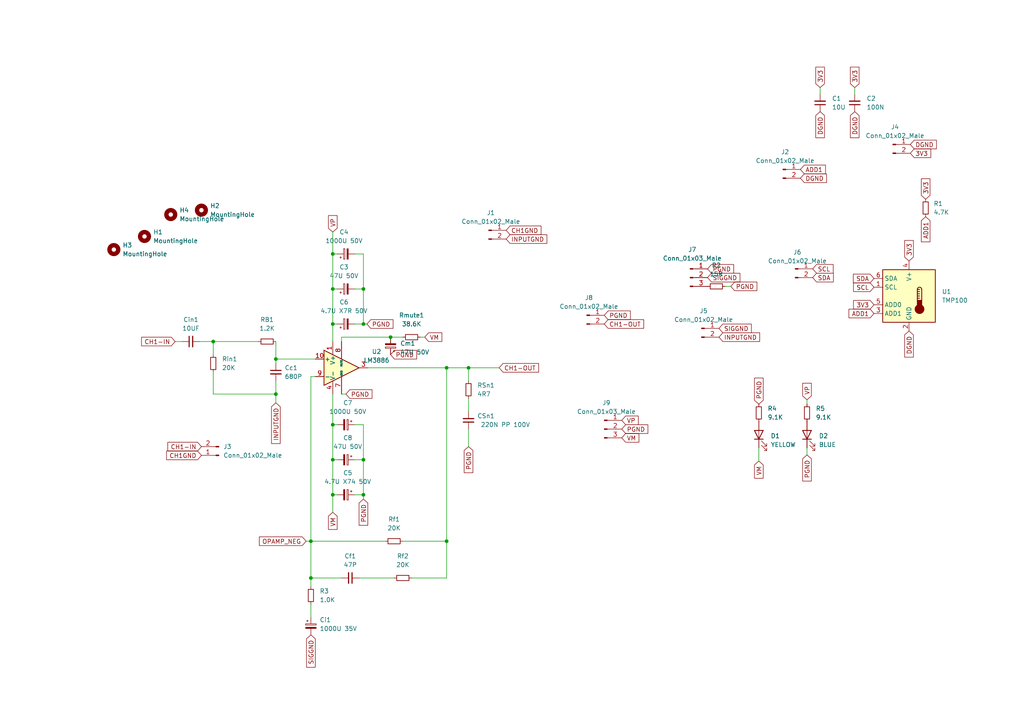
<source format=kicad_sch>
(kicad_sch (version 20230121) (generator eeschema)
  (paper "A4")
  (lib_symbols
    (symbol "Amplifier_Audio:LM3886" (pin_names (offset 0.127))
      (property "Reference" "U" (at 5.08 6.35 0))
      (property "Value" "LM3886" (at 5.08 3.81 0))
      (symbol "LM3886_0_1"
        (polyline (pts (xy -5.08 5.08) (xy 5.08 0) (xy -5.08 -5.08) (xy -5.08 5.08)) (stroke (width 0.254)) (fill (type background)))
      )
      (symbol "LM3886_1_1"
        (pin power_in line (at -2.54 7.62 270) (length 3.81) (name "V+") (number "1"))
        (pin input line (at -7.62 2.54 0) (length 2.54) (name "+") (number "10"))
        (pin no_connect line (at 2.54 2.54 270) (length 2.54) hide (name "NC") (number "11"))
        (pin no_connect line (at -2.54 2.54 270) (length 2.54) hide (name "NC") (number "2"))
        (pin output line (at 7.62 0 180) (length 2.54) (name "~") (number "3"))
        (pin power_in line (at -2.54 -7.62 90) (length 3.81) (name "V-") (number "4"))
        (pin passive line (at -2.54 7.62 270) (length 3.81) hide (name "V+") (number "5"))
        (pin no_connect line (at 0 2.54 270) (length 2.54) hide (name "NC") (number "6"))
        (pin power_in line (at 0 -7.62 90) (length 5.08) (name "GND") (number "7"))
        (pin input line (at 0 7.62 270) (length 5.08) (name "MUTE") (number "8"))
        (pin input line (at -7.62 -2.54 0) (length 2.54) (name "-") (number "9"))
      )
    )
    (symbol "Connector:Conn_01x02_Male" (pin_names (offset 1.016) hide)
      (property "Reference" "J" (at 0 2.54 0))
      (property "Value" "Conn_01x02_Male" (at 0 -5.08 0))
      (symbol "Conn_01x02_Male_1_1"
        (polyline (pts (xy 1.27 -2.54) (xy 0.8636 -2.54)) (stroke (width 0.1524)))
        (polyline (pts (xy 1.27 0) (xy 0.8636 0)) (stroke (width 0.1524)))
        (rectangle (start 0.8636 -2.413) (end 0 -2.667) (stroke (width 0.1524)) (fill (type outline)))
        (rectangle (start 0.8636 0.127) (end 0 -0.127) (stroke (width 0.1524)) (fill (type outline)))
        (pin passive line (at 5.08 0 180) (length 3.81) (name "Pin_1") (number "1"))
        (pin passive line (at 5.08 -2.54 180) (length 3.81) (name "Pin_2") (number "2"))
      )
    )
    (symbol "Connector:Conn_01x03_Male" (pin_names (offset 1.016) hide)
      (property "Reference" "J" (at 0 5.08 0))
      (property "Value" "Conn_01x03_Male" (at 0 -5.08 0))
      (symbol "Conn_01x03_Male_1_1"
        (polyline (pts (xy 1.27 -2.54) (xy 0.8636 -2.54)) (stroke (width 0.1524)))
        (polyline (pts (xy 1.27 0) (xy 0.8636 0)) (stroke (width 0.1524)))
        (polyline (pts (xy 1.27 2.54) (xy 0.8636 2.54)) (stroke (width 0.1524)))
        (rectangle (start 0.8636 -2.413) (end 0 -2.667) (stroke (width 0.1524)) (fill (type outline)))
        (rectangle (start 0.8636 0.127) (end 0 -0.127) (stroke (width 0.1524)) (fill (type outline)))
        (rectangle (start 0.8636 2.667) (end 0 2.413) (stroke (width 0.1524)) (fill (type outline)))
        (pin passive line (at 5.08 2.54 180) (length 3.81) (name "Pin_1") (number "1"))
        (pin passive line (at 5.08 0 180) (length 3.81) (name "Pin_2") (number "2"))
        (pin passive line (at 5.08 -2.54 180) (length 3.81) (name "Pin_3") (number "3"))
      )
    )
    (symbol "Device:C_Polarized_Small" (pin_numbers hide) (pin_names (offset 0.254) hide)
      (property "Reference" "C" (at 0.254 1.778 0))
      (property "Value" "C_Polarized_Small" (at 0.254 -2.032 0))
      (symbol "C_Polarized_Small_0_1"
        (rectangle (start -1.524 -0.3048) (end 1.524 -0.6858) (fill (type outline)))
        (rectangle (start -1.524 0.6858) (end 1.524 0.3048))
        (polyline (pts (xy -1.27 1.524) (xy -0.762 1.524)))
        (polyline (pts (xy -1.016 1.27) (xy -1.016 1.778)))
      )
      (symbol "C_Polarized_Small_1_1"
        (pin passive line (at 0 2.54 270) (length 1.8542) (name "~") (number "1"))
        (pin passive line (at 0 -2.54 90) (length 1.8542) (name "~") (number "2"))
      )
    )
    (symbol "Device:C_Small" (pin_numbers hide) (pin_names (offset 0.254) hide)
      (property "Reference" "C" (at 0.254 1.778 0))
      (property "Value" "C_Small" (at 0.254 -2.032 0))
      (symbol "C_Small_0_1"
        (polyline (pts (xy -1.524 -0.508) (xy 1.524 -0.508)) (stroke (width 0.3302)))
        (polyline (pts (xy -1.524 0.508) (xy 1.524 0.508)) (stroke (width 0.3048)))
      )
      (symbol "C_Small_1_1"
        (pin passive line (at 0 2.54 270) (length 2.032) (name "~") (number "1"))
        (pin passive line (at 0 -2.54 90) (length 2.032) (name "~") (number "2"))
      )
    )
    (symbol "Device:LED" (pin_numbers hide) (pin_names (offset 1.016) hide)
      (property "Reference" "D" (at 0 2.54 0))
      (property "Value" "LED" (at 0 -2.54 0))
      (symbol "LED_0_1"
        (polyline (pts (xy -1.27 -1.27) (xy -1.27 1.27)) (stroke (width 0.254)))
        (polyline (pts (xy -1.27 0) (xy 1.27 0)))
        (polyline (pts (xy 1.27 -1.27) (xy 1.27 1.27) (xy -1.27 0) (xy 1.27 -1.27)) (stroke (width 0.254)))
        (polyline (pts (xy -3.048 -0.762) (xy -4.572 -2.286) (xy -3.81 -2.286) (xy -4.572 -2.286) (xy -4.572 -1.524)))
        (polyline (pts (xy -1.778 -0.762) (xy -3.302 -2.286) (xy -2.54 -2.286) (xy -3.302 -2.286) (xy -3.302 -1.524)))
      )
      (symbol "LED_1_1"
        (pin passive line (at -3.81 0 0) (length 2.54) (name "K") (number "1"))
        (pin passive line (at 3.81 0 180) (length 2.54) (name "A") (number "2"))
      )
    )
    (symbol "Device:R_Small" (pin_numbers hide) (pin_names (offset 0.254) hide)
      (property "Reference" "R" (at 0.762 0.508 0))
      (property "Value" "R_Small" (at 0.762 -1.016 0))
      (symbol "R_Small_0_1"
        (rectangle (start -0.762 1.778) (end 0.762 -1.778) (stroke (width 0.2032)))
      )
      (symbol "R_Small_1_1"
        (pin passive line (at 0 2.54 270) (length 0.762) (name "~") (number "1"))
        (pin passive line (at 0 -2.54 90) (length 0.762) (name "~") (number "2"))
      )
    )
    (symbol "Mechanical:MountingHole" (pin_names (offset 1.016))
      (property "Reference" "H" (at 0 5.08 0))
      (property "Value" "MountingHole" (at 0 3.175 0))
      (symbol "MountingHole_0_1"
        (circle (center 0 0) (radius 1.27) (stroke (width 1.27)))
      )
    )
    (symbol "Sensor_Temperature:TMP100"
      (property "Reference" "U" (at 10.16 6.35 0))
      (property "Value" "TMP100" (at 12.7 3.81 0))
      (symbol "TMP100_0_1"
        (rectangle (start -7.62 7.62) (end 7.62 -7.62) (stroke (width 0.254)) (fill (type background)))
      )
      (symbol "TMP100_1_1"
        (polyline (pts (xy 2.413 -0.635) (xy 3.048 -0.635)) (stroke (width 0.254)))
        (polyline (pts (xy 2.413 0) (xy 3.048 0)) (stroke (width 0.254)))
        (polyline (pts (xy 2.413 0.635) (xy 3.048 0.635)) (stroke (width 0.254)))
        (polyline (pts (xy 2.413 1.27) (xy 3.048 1.27)) (stroke (width 0.254)))
        (polyline (pts (xy 2.413 1.905) (xy 2.413 -1.27)) (stroke (width 0.254)))
        (polyline (pts (xy 2.413 1.905) (xy 3.048 1.905)) (stroke (width 0.254)))
        (polyline (pts (xy 3.683 1.905) (xy 3.683 -1.27)) (stroke (width 0.254)))
        (circle (center 3.048 -3.81) (radius 1.27) (stroke (width 0.254)) (fill (type outline)))
        (rectangle (start 3.683 -3.175) (end 2.413 -1.27) (stroke (width 0.254)) (fill (type outline)))
        (arc (start 3.683 1.905) (mid 3.048 2.5373) (end 2.413 1.905) (stroke (width 0.254)))
        (pin input line (at -10.16 2.54 0) (length 2.54) (name "SCL") (number "1"))
        (pin power_in line (at 0 -10.16 90) (length 2.54) (name "GND") (number "2"))
        (pin input line (at -10.16 -5.08 0) (length 2.54) (name "ADD1") (number "3"))
        (pin power_in line (at 0 10.16 270) (length 2.54) (name "V+") (number "4"))
        (pin input line (at -10.16 -2.54 0) (length 2.54) (name "ADD0") (number "5"))
        (pin bidirectional line (at -10.16 5.08 0) (length 2.54) (name "SDA") (number "6"))
      )
    )
  )
  (junction (at 80.01 104.14))
  (junction (at 96.52 83.82))
  (junction (at 129.54 106.68))
  (junction (at 96.52 123.19))
  (junction (at 135.89 106.68))
  (junction (at 129.54 156.972))
  (junction (at 80.01 114.3))
  (junction (at 90.17 156.972))
  (junction (at 105.41 83.82))
  (junction (at 90.17 167.64))
  (junction (at 105.41 93.98))
  (junction (at 96.52 73.66))
  (junction (at 61.849 99.06))
  (junction (at 105.41 133.35))
  (junction (at 96.52 143.51))
  (junction (at 96.52 93.98))
  (junction (at 96.52 133.35))
  (junction (at 105.41 143.51))
  (junction (at 113.284 97.79))
  (wire (pts (xy 90.17 156.972) (xy 90.17 167.64)))
  (wire (pts (xy 116.84 156.972) (xy 129.54 156.972)))
  (wire (pts (xy 102.87 133.35) (xy 105.41 133.35)))
  (wire (pts (xy 80.01 104.14) (xy 91.44 104.14)))
  (wire (pts (xy 105.41 83.82) (xy 105.41 93.98)))
  (wire (pts (xy 135.89 115.57) (xy 135.89 119.38)))
  (wire (pts (xy 90.17 156.972) (xy 111.76 156.972)))
  (wire (pts (xy 121.92 97.79) (xy 123.19 97.79)))
  (wire (pts (xy 80.01 104.14) (xy 80.01 99.06)))
  (wire (pts (xy 61.849 114.3) (xy 80.01 114.3)))
  (wire (pts (xy 135.89 106.68) (xy 135.89 110.49)))
  (wire (pts (xy 88.773 156.972) (xy 90.17 156.972)))
  (wire (pts (xy 96.52 133.35) (xy 96.52 143.51)))
  (wire (pts (xy 96.52 123.19) (xy 96.52 133.35)))
  (wire (pts (xy 105.41 143.51) (xy 105.41 144.78)))
  (wire (pts (xy 129.54 106.68) (xy 129.54 156.972)))
  (wire (pts (xy 96.52 133.35) (xy 97.79 133.35)))
  (wire (pts (xy 129.54 156.972) (xy 129.54 167.64)))
  (wire (pts (xy 237.871 27.305) (xy 237.871 25.4)))
  (wire (pts (xy 105.41 73.66) (xy 105.41 83.82)))
  (wire (pts (xy 90.17 109.22) (xy 90.17 156.972)))
  (wire (pts (xy 119.38 167.64) (xy 129.54 167.64)))
  (wire (pts (xy 80.01 104.14) (xy 80.01 105.41)))
  (wire (pts (xy 105.41 93.98) (xy 106.426 93.98)))
  (wire (pts (xy 113.284 97.79) (xy 116.84 97.79)))
  (wire (pts (xy 96.52 143.51) (xy 97.79 143.51)))
  (wire (pts (xy 99.06 114.3) (xy 100.33 114.3)))
  (wire (pts (xy 102.87 73.66) (xy 105.41 73.66)))
  (wire (pts (xy 247.904 27.305) (xy 247.904 25.4)))
  (wire (pts (xy 50.8 99.06) (xy 52.832 99.06)))
  (wire (pts (xy 99.06 97.79) (xy 113.284 97.79)))
  (wire (pts (xy 61.849 99.06) (xy 61.849 102.87)))
  (wire (pts (xy 129.54 106.68) (xy 135.89 106.68)))
  (wire (pts (xy 96.52 83.82) (xy 97.79 83.82)))
  (wire (pts (xy 99.06 167.64) (xy 90.17 167.64)))
  (wire (pts (xy 102.87 143.51) (xy 105.41 143.51)))
  (wire (pts (xy 105.41 133.35) (xy 105.41 143.51)))
  (wire (pts (xy 96.52 73.66) (xy 96.52 83.82)))
  (wire (pts (xy 96.52 73.66) (xy 97.79 73.66)))
  (wire (pts (xy 105.41 123.19) (xy 105.41 133.35)))
  (wire (pts (xy 135.89 106.68) (xy 144.78 106.68)))
  (wire (pts (xy 220.091 133.731) (xy 220.091 129.921)))
  (wire (pts (xy 234.061 131.953) (xy 234.061 129.921)))
  (wire (pts (xy 61.849 107.95) (xy 61.849 114.3)))
  (wire (pts (xy 57.912 99.06) (xy 61.849 99.06)))
  (wire (pts (xy 91.44 109.22) (xy 90.17 109.22)))
  (wire (pts (xy 96.52 83.82) (xy 96.52 93.98)))
  (wire (pts (xy 135.89 124.46) (xy 135.89 129.54)))
  (wire (pts (xy 96.52 123.19) (xy 97.79 123.19)))
  (wire (pts (xy 80.01 114.3) (xy 80.01 110.49)))
  (wire (pts (xy 99.06 97.79) (xy 99.06 99.06)))
  (wire (pts (xy 102.87 83.82) (xy 105.41 83.82)))
  (wire (pts (xy 210.312 83.058) (xy 211.963 83.058)))
  (wire (pts (xy 90.17 175.26) (xy 90.17 179.07)))
  (wire (pts (xy 90.17 167.64) (xy 90.17 170.18)))
  (wire (pts (xy 102.87 93.98) (xy 105.41 93.98)))
  (wire (pts (xy 96.52 114.3) (xy 96.52 123.19)))
  (wire (pts (xy 106.68 106.68) (xy 129.54 106.68)))
  (wire (pts (xy 96.52 93.98) (xy 97.79 93.98)))
  (wire (pts (xy 96.52 143.51) (xy 96.52 148.59)))
  (wire (pts (xy 80.01 114.3) (xy 80.01 116.84)))
  (wire (pts (xy 104.14 167.64) (xy 114.3 167.64)))
  (wire (pts (xy 102.87 123.19) (xy 105.41 123.19)))
  (wire (pts (xy 234.061 115.951) (xy 234.061 117.221)))
  (wire (pts (xy 61.849 99.06) (xy 74.93 99.06)))
  (wire (pts (xy 96.52 93.98) (xy 96.52 99.06)))
  (wire (pts (xy 96.52 67.31) (xy 96.52 73.66)))
  (global_label "3V3" (shape input) (at 264.033 44.45 0) (property "Intersheetrefs" "${INTERSHEET_REFS}" (effects hide)))
  (global_label "ADD1" (shape input) (at 232.156 49.149 0) (property "Intersheetrefs" "${INTERSHEET_REFS}" (effects hide)))
  (global_label "CH1-OUT" (shape input) (at 144.78 106.68 0) (property "Intersheetrefs" "${INTERSHEET_REFS}" (effects hide)))
  (global_label "VP" (shape input) (at 234.061 115.951 90) (property "Intersheetrefs" "${INTERSHEET_REFS}" (effects hide)))
  (global_label "PGND" (shape input) (at 234.061 131.953 270) (property "Intersheetrefs" "${INTERSHEET_REFS}" (effects hide)))
  (global_label "DGND" (shape input) (at 237.871 32.385 270) (property "Intersheetrefs" "${INTERSHEET_REFS}" (effects hide)))
  (global_label "DGND" (shape input) (at 247.904 32.385 270) (property "Intersheetrefs" "${INTERSHEET_REFS}" (effects hide)))
  (global_label "PGND" (shape input) (at 105.41 144.78 270) (property "Intersheetrefs" "${INTERSHEET_REFS}" (effects hide)))
  (global_label "CH1-IN" (shape input) (at 58.42 129.54 180) (property "Intersheetrefs" "${INTERSHEET_REFS}" (effects hide)))
  (global_label "PGND" (shape input) (at 180.34 124.46 0) (property "Intersheetrefs" "${INTERSHEET_REFS}" (effects hide)))
  (global_label "CH1-IN" (shape input) (at 50.8 99.06 180) (property "Intersheetrefs" "${INTERSHEET_REFS}" (effects hide)))
  (global_label "PGND" (shape input) (at 211.963 83.058 0) (property "Intersheetrefs" "${INTERSHEET_REFS}" (effects hide)))
  (global_label "VP" (shape input) (at 180.34 121.92 0) (property "Intersheetrefs" "${INTERSHEET_REFS}" (effects hide)))
  (global_label "3V3" (shape input) (at 247.904 25.4 90) (property "Intersheetrefs" "${INTERSHEET_REFS}" (effects hide)))
  (global_label "SIGGND" (shape input) (at 90.17 184.15 270) (property "Intersheetrefs" "${INTERSHEET_REFS}" (effects hide)))
  (global_label "SIGGND" (shape input) (at 205.232 80.518 0) (property "Intersheetrefs" "${INTERSHEET_REFS}" (effects hide)))
  (global_label "OPAMP_NEG" (shape input) (at 88.773 156.972 180) (property "Intersheetrefs" "${INTERSHEET_REFS}" (effects hide)))
  (global_label "PGND" (shape input) (at 113.284 102.87 0) (property "Intersheetrefs" "${INTERSHEET_REFS}" (effects hide)))
  (global_label "PGND" (shape input) (at 205.232 77.978 0) (property "Intersheetrefs" "${INTERSHEET_REFS}" (effects hide)))
  (global_label "3V3" (shape input) (at 237.871 25.4 90) (property "Intersheetrefs" "${INTERSHEET_REFS}" (effects hide)))
  (global_label "DGND" (shape input) (at 264.033 41.91 0) (property "Intersheetrefs" "${INTERSHEET_REFS}" (effects hide)))
  (global_label "VM" (shape input) (at 180.34 127 0) (property "Intersheetrefs" "${INTERSHEET_REFS}" (effects hide)))
  (global_label "INPUTGND" (shape input) (at 146.812 69.342 0) (property "Intersheetrefs" "${INTERSHEET_REFS}" (effects hide)))
  (global_label "PGND" (shape input) (at 100.33 114.3 0) (property "Intersheetrefs" "${INTERSHEET_REFS}" (effects hide)))
  (global_label "SDA" (shape input) (at 235.712 80.518 0) (property "Intersheetrefs" "${INTERSHEET_REFS}" (effects hide)))
  (global_label "VM" (shape input) (at 220.091 133.731 270) (property "Intersheetrefs" "${INTERSHEET_REFS}" (effects hide)))
  (global_label "VP" (shape input) (at 96.52 67.31 90) (property "Intersheetrefs" "${INTERSHEET_REFS}" (effects hide)))
  (global_label "SIGGND" (shape input) (at 208.534 95.25 0) (property "Intersheetrefs" "${INTERSHEET_REFS}" (effects hide)))
  (global_label "3V3" (shape input) (at 268.478 57.785 90) (property "Intersheetrefs" "${INTERSHEET_REFS}" (effects hide)))
  (global_label "ADD1" (shape input) (at 268.478 62.865 270) (property "Intersheetrefs" "${INTERSHEET_REFS}" (effects hide)))
  (global_label "3V3" (shape input) (at 253.492 88.392 180) (property "Intersheetrefs" "${INTERSHEET_REFS}" (effects hide)))
  (global_label "PGND" (shape input) (at 220.091 117.221 90) (property "Intersheetrefs" "${INTERSHEET_REFS}" (effects hide)))
  (global_label "CH1GND" (shape input) (at 58.42 132.08 180) (property "Intersheetrefs" "${INTERSHEET_REFS}" (effects hide)))
  (global_label "CH1GND" (shape input) (at 146.812 66.802 0) (property "Intersheetrefs" "${INTERSHEET_REFS}" (effects hide)))
  (global_label "DGND" (shape input) (at 263.652 96.012 270) (property "Intersheetrefs" "${INTERSHEET_REFS}" (effects hide)))
  (global_label "PGND" (shape input) (at 106.426 93.98 0) (property "Intersheetrefs" "${INTERSHEET_REFS}" (effects hide)))
  (global_label "INPUTGND" (shape input) (at 80.01 116.84 270) (property "Intersheetrefs" "${INTERSHEET_REFS}" (effects hide)))
  (global_label "VM" (shape input) (at 123.19 97.79 0) (property "Intersheetrefs" "${INTERSHEET_REFS}" (effects hide)))
  (global_label "VM" (shape input) (at 96.52 148.59 270) (property "Intersheetrefs" "${INTERSHEET_REFS}" (effects hide)))
  (global_label "CH1-OUT" (shape input) (at 175.26 93.98 0) (property "Intersheetrefs" "${INTERSHEET_REFS}" (effects hide)))
  (global_label "3V3" (shape input) (at 263.652 75.692 90) (property "Intersheetrefs" "${INTERSHEET_REFS}" (effects hide)))
  (global_label "SDA" (shape input) (at 253.492 80.772 180) (property "Intersheetrefs" "${INTERSHEET_REFS}" (effects hide)))
  (global_label "SCL" (shape input) (at 235.712 77.978 0) (property "Intersheetrefs" "${INTERSHEET_REFS}" (effects hide)))
  (global_label "ADD1" (shape input) (at 253.492 90.932 180) (property "Intersheetrefs" "${INTERSHEET_REFS}" (effects hide)))
  (global_label "INPUTGND" (shape input) (at 208.534 97.79 0) (property "Intersheetrefs" "${INTERSHEET_REFS}" (effects hide)))
  (global_label "SCL" (shape input) (at 253.492 83.312 180) (property "Intersheetrefs" "${INTERSHEET_REFS}" (effects hide)))
  (global_label "DGND" (shape input) (at 232.156 51.689 0) (property "Intersheetrefs" "${INTERSHEET_REFS}" (effects hide)))
  (global_label "PGND" (shape input) (at 175.26 91.44 0) (property "Intersheetrefs" "${INTERSHEET_REFS}" (effects hide)))
  (global_label "PGND" (shape input) (at 135.89 129.54 270) (property "Intersheetrefs" "${INTERSHEET_REFS}" (effects hide)))
  (symbol (lib_id "Connector:Conn_01x03_Male") (at 175.26 124.46 0) (unit 1)
    (property "Reference" "J9" (at 175.895 116.84 0))
    (property "Value" "Conn_01x03_Male" (at 175.895 119.38 0))
    (property "Footprint" "Connector_JST:JST_VH_B3P-VH-B_1x03_P3.96mm_Vertical" (effects hide))
  )
  (symbol (lib_id "Device:R_Small") (at 234.061 119.761 180) (unit 1)
    (property "Reference" "R5" (at 236.601 118.4909 0) (effects (justify right)))
    (property "Value" "9.1K" (at 236.601 121.0309 0) (effects (justify right)))
    (property "Footprint" "Resistor_SMD:R_0805_2012Metric_Pad1.20x1.40mm_HandSolder" (effects hide))
  )
  (symbol (lib_id "Device:C_Polarized_Small") (at 100.33 143.51 270) (unit 1)
    (property "Reference" "C5" (at 100.8761 137.16 90))
    (property "Value" "4.7U X74 50V" (at 100.8761 139.7 90))
    (property "Footprint" "Capacitor_THT:C_Disc_D6.0mm_W4.4mm_P5.00mm" (effects hide))
  )
  (symbol (lib_id "Mechanical:MountingHole") (at 49.53 62.23 0) (unit 1)
    (property "Reference" "H4" (at 52.07 60.9599 0) (effects (justify left)))
    (property "Value" "MountingHole" (at 52.07 63.4999 0) (effects (justify left)))
    (property "Footprint" "MountingHole:MountingHole_3mm" (effects hide))
  )
  (symbol (lib_id "Device:R_Small") (at 207.772 83.058 90) (unit 1)
    (property "Reference" "R2" (at 207.772 76.962 90))
    (property "Value" "15R" (at 207.772 79.502 90))
    (property "Footprint" "Resistor_SMD:R_0805_2012Metric_Pad1.20x1.40mm_HandSolder" (effects hide))
  )
  (symbol (lib_id "Device:C_Polarized_Small") (at 90.17 181.61 0) (unit 1)
    (property "Reference" "Ci1" (at 92.71 179.7938 0) (effects (justify left)))
    (property "Value" "1000U 35V" (at 92.71 182.3338 0) (effects (justify left)))
    (property "Footprint" "Capacitor_THT:CP_Radial_D12.5mm_P5.00mm" (effects hide))
  )
  (symbol (lib_id "Device:R_Small") (at 135.89 113.03 180) (unit 1)
    (property "Reference" "RSn1" (at 138.43 111.7599 0) (effects (justify right)))
    (property "Value" "4R7" (at 138.43 114.2999 0) (effects (justify right)))
    (property "Footprint" "Resistor_THT:R_Axial_DIN0411_L9.9mm_D3.6mm_P12.70mm_Horizontal" (effects hide))
  )
  (symbol (lib_id "Device:R_Small") (at 114.3 156.972 270) (unit 1)
    (property "Reference" "Rf1" (at 114.3 150.622 90))
    (property "Value" "20K" (at 114.3 153.162 90))
    (property "Footprint" "Resistor_THT:R_Axial_DIN0207_L6.3mm_D2.5mm_P10.16mm_Horizontal" (effects hide))
  )
  (symbol (lib_id "Device:R_Small") (at 268.478 60.325 0) (unit 1)
    (property "Reference" "R1" (at 270.764 59.0549 0) (effects (justify left)))
    (property "Value" "4.7K" (at 270.764 61.5949 0) (effects (justify left)))
    (property "Footprint" "Resistor_SMD:R_0603_1608Metric_Pad0.98x0.95mm_HandSolder" (effects hide))
  )
  (symbol (lib_id "Connector:Conn_01x02_Male") (at 63.5 132.08 180) (unit 1)
    (property "Reference" "J3" (at 64.77 129.5399 0) (effects (justify right)))
    (property "Value" "Conn_01x02_Male" (at 64.77 132.0799 0) (effects (justify right)))
    (property "Footprint" "Connector_JST:JST_PH_B2B-PH-K_1x02_P2.00mm_Vertical" (effects hide))
  )
  (symbol (lib_id "Device:R_Small") (at 90.17 172.72 0) (unit 1)
    (property "Reference" "R3" (at 92.71 171.4499 0) (effects (justify left)))
    (property "Value" "1.0K" (at 92.71 173.9899 0) (effects (justify left)))
    (property "Footprint" "Resistor_THT:R_Axial_DIN0207_L6.3mm_D2.5mm_P10.16mm_Horizontal" (effects hide))
  )
  (symbol (lib_id "Device:C_Small") (at 55.372 99.06 90) (unit 1)
    (property "Reference" "Cin1" (at 55.3783 92.71 90))
    (property "Value" "10UF" (at 55.3783 95.25 90))
    (property "Footprint" "Capacitor_THT:CP_Radial_D5.0mm_P2.00mm" (effects hide))
  )
  (symbol (lib_id "Mechanical:MountingHole") (at 33.02 72.39 0) (unit 1)
    (property "Reference" "H3" (at 35.56 71.1199 0) (effects (justify left)))
    (property "Value" "MountingHole" (at 35.56 73.6599 0) (effects (justify left)))
    (property "Footprint" "MountingHole:MountingHole_3mm" (effects hide))
  )
  (symbol (lib_id "Device:R_Small") (at 116.84 167.64 270) (unit 1)
    (property "Reference" "Rf2" (at 116.84 161.29 90))
    (property "Value" "20K" (at 116.84 163.83 90))
    (property "Footprint" "Resistor_THT:R_Axial_DIN0207_L6.3mm_D2.5mm_P10.16mm_Horizontal" (effects hide))
  )
  (symbol (lib_id "Device:R_Small") (at 220.091 119.761 180) (unit 1)
    (property "Reference" "R4" (at 222.631 118.4909 0) (effects (justify right)))
    (property "Value" "9.1K" (at 222.631 121.0309 0) (effects (justify right)))
    (property "Footprint" "Resistor_SMD:R_0805_2012Metric_Pad1.20x1.40mm_HandSolder" (effects hide))
  )
  (symbol (lib_id "Device:C_Small") (at 237.871 29.845 180) (unit 1)
    (property "Reference" "C1" (at 241.3 28.5685 0) (effects (justify right)))
    (property "Value" "10U" (at 241.3 31.1085 0) (effects (justify right)))
    (property "Footprint" "Resistor_SMD:R_1206_3216Metric_Pad1.30x1.75mm_HandSolder" (effects hide))
  )
  (symbol (lib_id "Mechanical:MountingHole") (at 41.91 68.58 0) (unit 1)
    (property "Reference" "H1" (at 44.45 67.3099 0) (effects (justify left)))
    (property "Value" "MountingHole" (at 44.45 69.8499 0) (effects (justify left)))
    (property "Footprint" "MountingHole:MountingHole_3mm" (effects hide))
  )
  (symbol (lib_id "Connector:Conn_01x02_Male") (at 230.632 77.978 0) (unit 1)
    (property "Reference" "J6" (at 231.267 73.152 0))
    (property "Value" "Conn_01x02_Male" (at 231.267 75.692 0))
    (property "Footprint" "Connector_JST:JST_PH_B2B-PH-K_1x02_P2.00mm_Vertical" (effects hide))
  )
  (symbol (lib_id "Device:LED") (at 220.091 126.111 90) (unit 1)
    (property "Reference" "D1" (at 223.52 126.4284 90) (effects (justify right)))
    (property "Value" "YELLOW" (at 223.52 128.9684 90) (effects (justify right)))
    (property "Footprint" "LED_SMD:LED_0805_2012Metric_Pad1.15x1.40mm_HandSolder" (effects hide))
  )
  (symbol (lib_id "Device:R_Small") (at 61.849 105.41 180) (unit 1)
    (property "Reference" "Rin1" (at 64.389 104.1399 0) (effects (justify right)))
    (property "Value" "20K" (at 64.389 106.6799 0) (effects (justify right)))
    (property "Footprint" "Resistor_THT:R_Axial_DIN0207_L6.3mm_D2.5mm_P10.16mm_Horizontal" (effects hide))
  )
  (symbol (lib_id "Device:C_Small") (at 101.6 167.64 270) (unit 1)
    (property "Reference" "Cf1" (at 101.5936 161.29 90))
    (property "Value" "47P" (at 101.5936 163.83 90))
    (property "Footprint" "Capacitor_THT:C_Disc_D9.0mm_W5.0mm_P7.50mm" (effects hide))
  )
  (symbol (lib_id "Connector:Conn_01x02_Male") (at 141.732 66.802 0) (unit 1)
    (property "Reference" "J1" (at 142.367 61.722 0))
    (property "Value" "Conn_01x02_Male" (at 142.367 64.262 0))
    (property "Footprint" "Connector_PinHeader_2.54mm:PinHeader_1x02_P2.54mm_Vertical" (effects hide))
  )
  (symbol (lib_id "Mechanical:MountingHole") (at 58.42 60.96 0) (unit 1)
    (property "Reference" "H2" (at 60.96 59.6899 0) (effects (justify left)))
    (property "Value" "MountingHole" (at 60.96 62.2299 0) (effects (justify left)))
    (property "Footprint" "MountingHole:MountingHole_3mm" (effects hide))
  )
  (symbol (lib_id "Connector:Conn_01x02_Male") (at 170.18 91.44 0) (unit 1)
    (property "Reference" "J8" (at 170.815 86.36 0))
    (property "Value" "Conn_01x02_Male" (at 170.815 88.9 0))
    (property "Footprint" "Connector_JST:JST_VH_B2P-VH_1x02_P3.96mm_Vertical" (effects hide))
  )
  (symbol (lib_id "Connector:Conn_01x02_Male") (at 203.454 95.25 0) (unit 1)
    (property "Reference" "J5" (at 204.089 90.17 0))
    (property "Value" "Conn_01x02_Male" (at 204.089 92.71 0))
    (property "Footprint" "Connector_PinHeader_2.54mm:PinHeader_1x02_P2.54mm_Vertical" (effects hide))
  )
  (symbol (lib_id "Device:C_Polarized_Small") (at 100.33 83.82 90) (unit 1)
    (property "Reference" "C3" (at 99.7839 77.47 90))
    (property "Value" "47U 50V" (at 99.7839 80.01 90))
    (property "Footprint" "Capacitor_THT:CP_Radial_D6.3mm_P2.50mm" (effects hide))
  )
  (symbol (lib_id "Connector:Conn_01x02_Male") (at 258.953 41.91 0) (unit 1)
    (property "Reference" "J4" (at 259.588 36.83 0))
    (property "Value" "Conn_01x02_Male" (at 259.588 39.37 0))
    (property "Footprint" "Connector_JST:JST_PH_B2B-PH-K_1x02_P2.00mm_Vertical" (effects hide))
  )
  (symbol (lib_id "Device:C_Small") (at 247.904 29.845 180) (unit 1)
    (property "Reference" "C2" (at 251.333 28.5685 0) (effects (justify right)))
    (property "Value" "100N" (at 251.333 31.1085 0) (effects (justify right)))
    (property "Footprint" "Resistor_SMD:R_0805_2012Metric_Pad1.20x1.40mm_HandSolder" (effects hide))
  )
  (symbol (lib_id "Device:C_Small") (at 135.89 121.92 180) (unit 1)
    (property "Reference" "CSn1" (at 138.43 120.6435 0) (effects (justify right)))
    (property "Value" " 220N PP 100V" (at 138.43 123.1835 0) (effects (justify right)))
    (property "Footprint" "Capacitor_THT:C_Rect_L18.0mm_W7.0mm_P15.00mm_FKS3_FKP3" (effects hide))
  )
  (symbol (lib_id "Amplifier_Audio:LM3886") (at 99.06 106.68 0) (unit 1)
    (property "Reference" "U2" (at 109.22 101.981 0))
    (property "Value" "LM3886" (at 109.22 104.521 0))
    (property "Footprint" "Package_TO_SOT_THT:TO-220-11_P3.4x5.08mm_StaggerOdd_Lead4.85mm_Vertical" (effects hide))
    (property "Datasheet" "http://www.ti.com/lit/ds/symlink/lm3886.pdf" (effects hide))
  )
  (symbol (lib_id "Device:C_Polarized_Small") (at 113.284 100.33 180) (unit 1)
    (property "Reference" "Cm1" (at 116.078 99.606 0) (effects (justify right)))
    (property "Value" "47U 50V" (at 116.078 102.146 0) (effects (justify right)))
    (property "Footprint" "Capacitor_THT:CP_Radial_D6.3mm_P2.50mm" (effects hide))
  )
  (symbol (lib_id "Device:LED") (at 234.061 126.111 90) (unit 1)
    (property "Reference" "D2" (at 237.49 126.4284 90) (effects (justify right)))
    (property "Value" "BLUE" (at 237.49 128.9684 90) (effects (justify right)))
    (property "Footprint" "LED_SMD:LED_0805_2012Metric_Pad1.15x1.40mm_HandSolder" (effects hide))
  )
  (symbol (lib_id "Device:C_Polarized_Small") (at 100.33 93.98 90) (unit 1)
    (property "Reference" "C6" (at 99.7839 87.63 90))
    (property "Value" "4.7U X7R 50V" (at 99.7839 90.17 90))
    (property "Footprint" "Capacitor_THT:C_Disc_D6.0mm_W4.4mm_P5.00mm" (effects hide))
  )
  (symbol (lib_id "Device:R_Small") (at 119.38 97.79 90) (unit 1)
    (property "Reference" "Rmute1" (at 119.38 91.44 90))
    (property "Value" "38.6K" (at 119.38 93.98 90))
    (property "Footprint" "Resistor_THT:R_Axial_DIN0207_L6.3mm_D2.5mm_P10.16mm_Horizontal" (effects hide))
  )
  (symbol (lib_id "Connector:Conn_01x02_Male") (at 227.076 49.149 0) (unit 1)
    (property "Reference" "J2" (at 227.711 44.069 0))
    (property "Value" "Conn_01x02_Male" (at 227.711 46.609 0))
    (property "Footprint" "Connector_PinHeader_2.54mm:PinHeader_1x02_P2.54mm_Vertical" (effects hide))
  )
  (symbol (lib_id "Device:R_Small") (at 77.47 99.06 90) (unit 1)
    (property "Reference" "RB1" (at 77.47 92.71 90))
    (property "Value" "1.2K" (at 77.47 95.25 90))
    (property "Footprint" "Resistor_THT:R_Axial_DIN0207_L6.3mm_D2.5mm_P10.16mm_Horizontal" (effects hide))
  )
  (symbol (lib_id "Connector:Conn_01x03_Male") (at 200.152 80.518 0) (unit 1)
    (property "Reference" "J7" (at 200.787 72.39 0))
    (property "Value" "Conn_01x03_Male" (at 200.787 74.93 0))
    (property "Footprint" "Connector_PinHeader_2.54mm:PinHeader_1x03_P2.54mm_Vertical" (effects hide))
  )
  (symbol (lib_id "Device:C_Polarized_Small") (at 100.33 123.19 270) (unit 1)
    (property "Reference" "C7" (at 100.8761 116.84 90))
    (property "Value" "1000U 50V" (at 100.8761 119.38 90))
    (property "Footprint" "Capacitor_THT:CP_Radial_D12.5mm_P5.00mm" (effects hide))
  )
  (symbol (lib_id "Device:C_Polarized_Small") (at 100.33 133.35 270) (unit 1)
    (property "Reference" "C8" (at 100.8761 127 90))
    (property "Value" "47U 50V" (at 100.8761 129.54 90))
    (property "Footprint" "Capacitor_THT:CP_Radial_D6.3mm_P2.50mm" (effects hide))
  )
  (symbol (lib_id "Device:C_Small") (at 80.01 107.95 0) (unit 1)
    (property "Reference" "Cc1" (at 82.55 106.6862 0) (effects (justify left)))
    (property "Value" "680P" (at 82.55 109.2262 0) (effects (justify left)))
    (property "Footprint" "Capacitor_THT:C_Disc_D11.0mm_W5.0mm_P10.00mm" (effects hide))
  )
  (symbol (lib_id "Device:C_Polarized_Small") (at 100.33 73.66 90) (unit 1)
    (property "Reference" "C4" (at 99.7839 67.31 90))
    (property "Value" "1000U 50V" (at 99.7839 69.85 90))
    (property "Footprint" "Capacitor_THT:CP_Radial_D12.5mm_P5.00mm" (effects hide))
  )
  (symbol (lib_id "Sensor_Temperature:TMP100") (at 263.652 85.852 0) (unit 1)
    (property "Reference" "U1" (at 273.177 84.5819 0) (effects (justify left)))
    (property "Value" "TMP100" (at 273.177 87.1219 0) (effects (justify left)))
    (property "Footprint" "Package_TO_SOT_SMD:SOT-23-6" (effects hide))
    (property "Datasheet" "http://www.ti.com/lit/gpn/tmp100" (effects hide))
  )
)
</source>
